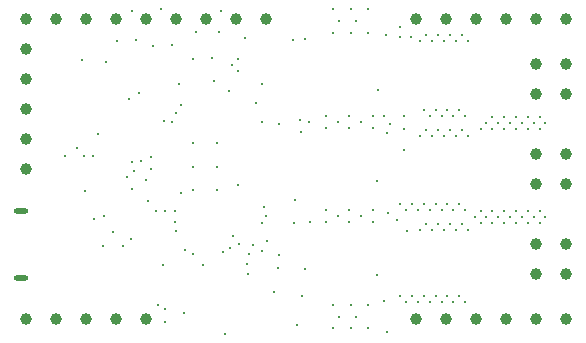
<source format=gbr>
%TF.GenerationSoftware,KiCad,Pcbnew,6.0.5+dfsg-1~bpo11+1*%
%TF.CreationDate,2022-07-20T16:51:46+00:00*%
%TF.ProjectId,xESC2,78455343-322e-46b6-9963-61645f706362,rev?*%
%TF.SameCoordinates,Original*%
%TF.FileFunction,Plated,1,4,PTH,Mixed*%
%TF.FilePolarity,Positive*%
%FSLAX46Y46*%
G04 Gerber Fmt 4.6, Leading zero omitted, Abs format (unit mm)*
G04 Created by KiCad (PCBNEW 6.0.5+dfsg-1~bpo11+1) date 2022-07-20 16:51:46*
%MOMM*%
%LPD*%
G01*
G04 APERTURE LIST*
%TA.AperFunction,ViaDrill*%
%ADD10C,0.200000*%
%TD*%
G04 aperture for slot hole*
%TA.AperFunction,ComponentDrill*%
%ADD11O,1.200000X0.500000*%
%TD*%
%TA.AperFunction,ComponentDrill*%
%ADD12C,1.000000*%
%TD*%
G04 APERTURE END LIST*
D10*
X234300000Y-117300000D03*
X235300000Y-116599988D03*
X235800000Y-109199996D03*
X235925000Y-117350000D03*
X236000000Y-120300000D03*
X236700000Y-117274992D03*
X236800000Y-122650000D03*
X237125000Y-115425000D03*
X237500000Y-124900000D03*
X237618806Y-122418814D03*
X237781022Y-109356020D03*
X238425000Y-123750000D03*
X238700000Y-107600000D03*
X239200000Y-124900000D03*
X239562496Y-119062496D03*
X239778390Y-112516207D03*
X239925000Y-124300000D03*
X239957484Y-117800000D03*
X239975000Y-120075000D03*
X240000000Y-105000000D03*
X240147324Y-118595058D03*
X240300000Y-107500000D03*
X240600000Y-112000000D03*
X240788495Y-117729116D03*
X241209500Y-119368936D03*
X241325000Y-121125000D03*
X241597615Y-117380242D03*
X241625000Y-118450000D03*
X241800000Y-108000000D03*
X242043877Y-121956256D03*
X242200000Y-129900000D03*
X242450000Y-104900000D03*
X242600000Y-126500010D03*
X242662500Y-114337500D03*
X242750000Y-121975000D03*
X242799986Y-130300000D03*
X242800000Y-131400000D03*
X243350000Y-107950000D03*
X243400000Y-114400000D03*
X243599989Y-121999989D03*
X243615510Y-122900000D03*
X243749998Y-123625000D03*
X243750000Y-113700000D03*
X243975000Y-111249986D03*
X244124996Y-113010034D03*
X244150000Y-120450000D03*
X244400000Y-130600000D03*
X244500000Y-125300006D03*
X245200000Y-109100000D03*
X245200000Y-116200000D03*
X245200000Y-118200000D03*
X245200000Y-120200000D03*
X245200000Y-125600000D03*
X245375000Y-106825000D03*
X246000000Y-126500000D03*
X246799997Y-109045992D03*
X246975000Y-110931024D03*
X247200000Y-116200000D03*
X247200000Y-118200000D03*
X247200000Y-120200000D03*
X247325000Y-106775000D03*
X247525000Y-105000000D03*
X247665504Y-125448854D03*
X247850000Y-132350000D03*
X248200004Y-111800000D03*
X248290510Y-125128626D03*
X248500000Y-109600000D03*
X248581335Y-124078617D03*
X249000000Y-109100000D03*
X249000000Y-110100000D03*
X249000000Y-119800000D03*
X249068234Y-124794146D03*
X249550000Y-107300000D03*
X249725000Y-126447987D03*
X249800000Y-127299994D03*
X249858665Y-125606123D03*
X250239939Y-124817009D03*
X250525000Y-112800000D03*
X250974998Y-122975000D03*
X250974998Y-125349645D03*
X250975000Y-111200000D03*
X251041416Y-114410852D03*
X251155479Y-121665452D03*
X251375000Y-122350000D03*
X251434499Y-124467716D03*
X252050000Y-128850000D03*
X252392339Y-126782661D03*
X252425009Y-114600000D03*
X252475000Y-125650000D03*
X253600000Y-107500000D03*
X253684490Y-123005611D03*
X253800000Y-121000000D03*
X254000000Y-131600000D03*
X254200000Y-114300000D03*
X254300000Y-115300000D03*
X254400000Y-129200000D03*
X254600000Y-107400000D03*
X254650000Y-126900000D03*
X255000000Y-114400000D03*
X255050000Y-122900000D03*
X256400000Y-113900000D03*
X256400000Y-114900000D03*
X256400000Y-121900000D03*
X256400000Y-122900000D03*
X257000000Y-104902010D03*
X257000000Y-106900000D03*
X257000000Y-129900000D03*
X257000000Y-131900000D03*
X257400000Y-114400000D03*
X257400000Y-122400000D03*
X257500000Y-105900000D03*
X257500000Y-130900000D03*
X258400000Y-113900000D03*
X258400000Y-114900000D03*
X258400000Y-121900000D03*
X258400000Y-122900000D03*
X258500000Y-104900000D03*
X258500000Y-106900000D03*
X258500000Y-129900000D03*
X258500000Y-131900000D03*
X259000000Y-105900000D03*
X259000000Y-130900000D03*
X259400000Y-114400000D03*
X259400000Y-122400000D03*
X260000000Y-104900000D03*
X260000000Y-106900000D03*
X260000000Y-129900000D03*
X260000000Y-131900000D03*
X260400000Y-113900000D03*
X260400000Y-114900000D03*
X260400000Y-121900000D03*
X260400000Y-122900000D03*
X260709490Y-127400000D03*
X260775000Y-119425000D03*
X260822611Y-111744521D03*
X261299980Y-113900000D03*
X261300000Y-129550000D03*
X261481190Y-107081190D03*
X261550000Y-132175000D03*
X261556308Y-115395181D03*
X261675000Y-122150000D03*
X261825016Y-114575000D03*
X262400001Y-122700000D03*
X262649980Y-106349980D03*
X262674996Y-107250000D03*
X262700000Y-121400000D03*
X262700000Y-129200000D03*
X263000000Y-113900000D03*
X263000000Y-115025008D03*
X263000000Y-116799998D03*
X263200000Y-121900000D03*
X263200000Y-129700000D03*
X263300000Y-123700000D03*
X263625000Y-107200000D03*
X263700000Y-121400000D03*
X263700000Y-129200000D03*
X264200000Y-121900000D03*
X264200000Y-129700000D03*
X264400000Y-107600000D03*
X264400000Y-115600000D03*
X264400000Y-123600000D03*
X264700000Y-113400000D03*
X264700000Y-121400000D03*
X264700000Y-129200000D03*
X264900000Y-107100000D03*
X264900000Y-115100000D03*
X264900000Y-123100000D03*
X265200000Y-113900000D03*
X265200000Y-121900000D03*
X265200000Y-129700000D03*
X265400000Y-107600000D03*
X265400000Y-115600000D03*
X265400000Y-123600000D03*
X265700000Y-113400000D03*
X265700000Y-121400000D03*
X265700000Y-129200000D03*
X265900000Y-107100000D03*
X265900000Y-115100000D03*
X265900000Y-123100000D03*
X266200000Y-113900000D03*
X266200000Y-121900000D03*
X266200000Y-129700000D03*
X266400000Y-107600000D03*
X266400000Y-115600000D03*
X266400000Y-123600000D03*
X266700000Y-113400000D03*
X266700000Y-121400000D03*
X266700000Y-129200000D03*
X266900000Y-107100000D03*
X266900000Y-115100000D03*
X266900000Y-123100000D03*
X267200000Y-113900000D03*
X267200000Y-121900000D03*
X267200000Y-129700000D03*
X267400000Y-107600000D03*
X267400000Y-115600000D03*
X267400000Y-123600000D03*
X267700000Y-113400000D03*
X267700000Y-121400000D03*
X267700000Y-129200000D03*
X267900000Y-107100000D03*
X267900000Y-115100000D03*
X267900000Y-123100000D03*
X268200000Y-113900000D03*
X268200000Y-121900000D03*
X268200000Y-129700000D03*
X268400000Y-107600000D03*
X268400000Y-115600000D03*
X268400000Y-123600000D03*
X269000000Y-122500000D03*
X269500000Y-115000000D03*
X269500000Y-122000000D03*
X269500000Y-123000000D03*
X270000000Y-114500000D03*
X270000000Y-122500000D03*
X270500000Y-114000000D03*
X270500000Y-115000000D03*
X270500000Y-122000000D03*
X270500000Y-123000000D03*
X271000000Y-114500000D03*
X271000000Y-122500000D03*
X271500000Y-114000000D03*
X271500000Y-115000000D03*
X271500000Y-122000000D03*
X271500000Y-123000000D03*
X272000000Y-114500000D03*
X272000000Y-122500000D03*
X272500000Y-114000000D03*
X272500000Y-115000000D03*
X272500000Y-122000000D03*
X272500000Y-123000000D03*
X273000000Y-114500000D03*
X273000000Y-122500000D03*
X273500000Y-114000000D03*
X273500000Y-115000000D03*
X273500000Y-122000000D03*
X273500000Y-123000000D03*
X274000000Y-114500000D03*
X274000000Y-122500000D03*
X274500000Y-114000000D03*
X274500000Y-115000000D03*
X274500000Y-122000000D03*
X274500000Y-123000000D03*
X275000000Y-114500000D03*
X275000000Y-122500000D03*
D11*
%TO.C,J2*%
X230600000Y-121975000D03*
X230600000Y-127625000D03*
D12*
%TO.C,J5*%
X231060000Y-105700000D03*
%TO.C,J3*%
X231060000Y-108240000D03*
X231060000Y-110780000D03*
X231060000Y-113320000D03*
X231060000Y-115860000D03*
X231060000Y-118400000D03*
%TO.C,J4*%
X231060000Y-131100000D03*
%TO.C,J5*%
X233600000Y-105700000D03*
%TO.C,J4*%
X233600000Y-131100000D03*
%TO.C,J5*%
X236140000Y-105700000D03*
%TO.C,J4*%
X236140000Y-131100000D03*
%TO.C,J1*%
X238680000Y-105700000D03*
%TO.C,J4*%
X238680000Y-131100000D03*
%TO.C,J1*%
X241220000Y-105700000D03*
%TO.C,J4*%
X241220000Y-131100000D03*
%TO.C,J1*%
X243760000Y-105700000D03*
X246300000Y-105700000D03*
X248840000Y-105700000D03*
X251380000Y-105700000D03*
%TO.C,J9*%
X264080000Y-105700000D03*
%TO.C,J10*%
X264080000Y-131100000D03*
%TO.C,J9*%
X266620000Y-105700000D03*
%TO.C,J10*%
X266620000Y-131100000D03*
%TO.C,J9*%
X269160000Y-105700000D03*
%TO.C,J10*%
X269160000Y-131100000D03*
%TO.C,J9*%
X271700000Y-105700000D03*
%TO.C,J10*%
X271700000Y-131100000D03*
%TO.C,J9*%
X274240000Y-105700000D03*
%TO.C,J8*%
X274240000Y-109510000D03*
X274240000Y-112050000D03*
%TO.C,J7*%
X274240000Y-117130000D03*
X274240000Y-119670000D03*
%TO.C,J6*%
X274240000Y-124750000D03*
X274240000Y-127290000D03*
%TO.C,J10*%
X274240000Y-131100000D03*
%TO.C,J9*%
X276780000Y-105700000D03*
%TO.C,J8*%
X276780000Y-109510000D03*
X276780000Y-112050000D03*
%TO.C,J7*%
X276780000Y-117130000D03*
X276780000Y-119670000D03*
%TO.C,J6*%
X276780000Y-124750000D03*
X276780000Y-127290000D03*
%TO.C,J10*%
X276780000Y-131100000D03*
M02*

</source>
